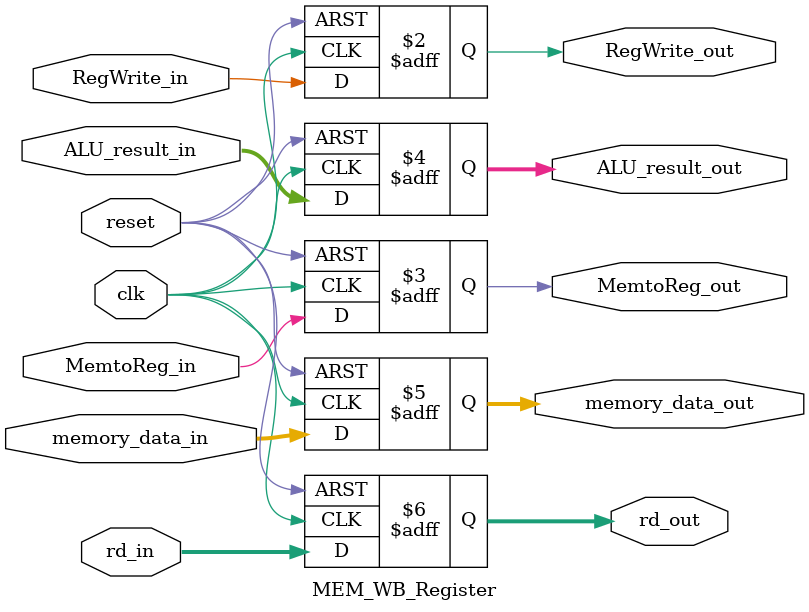
<source format=sv>
/*
 * Pipeline Register Modules for 5-Stage RISC-V CPU
 * 
 * These modules implement the pipeline registers that separate the five pipeline stages:
 * 1. IF/ID: Instruction Fetch / Instruction Decode
 * 2. ID/EX: Instruction Decode / Execute  
 * 3. EX/MEM: Execute / Memory Access
 * 4. MEM/WB: Memory Access / Write Back
 * 
 * Each pipeline register stores the state needed by subsequent stages and
 * supports pipeline control signals like stall and flush for hazard handling.
 */

//==============================================================================
// IF/ID Pipeline Register
//
// Stores the fetched instruction and PC+4 value between the Instruction Fetch
// and Instruction Decode stages. Supports stall (for load-use hazards) and
// flush (for control hazards) operations.
//==============================================================================

module IF_ID_Register (
    input logic clk,                    // Clock signal
    input logic reset,                  // Reset signal (active high)
    input logic stall,                  // Stall signal (hold current values)
    input logic flush,                  // Flush signal (insert NOP)
    
    // Inputs from IF stage
    input logic [31:0] PC_in,           // PC+4 value from IF stage
    input logic [31:0] instruction_in,  // Fetched instruction from IF stage
    
    // Outputs to ID stage  
    output logic [31:0] PC_out,         // PC+4 value to ID stage
    output logic [31:0] instruction_out // Instruction to ID stage
);
    always_ff @(posedge clk or posedge reset) begin
        if (reset || flush) begin
            // Reset or flush: Clear pipeline register (insert NOP)
            PC_out <= 32'b0;
            instruction_out <= 32'h00000013; // NOP instruction
        end else if (!stall) begin
            // Normal operation: Pass data through
            PC_out <= PC_in;
            instruction_out <= instruction_in;
        end
        // If stall is asserted: Keep current values (don't update)
    end
endmodule

//==============================================================================
// ID/EX Pipeline Register
//
// Stores decoded instruction information, control signals, register data,
// and immediate values between the Instruction Decode and Execute stages.
// This is the largest pipeline register as it carries most of the instruction state.
//==============================================================================

module ID_EX_Register (
    input logic clk,                    // Clock signal
    input logic reset,                  // Reset signal (active high)
    input logic flush,                  // Flush signal (insert bubble)
    
    // Control signal inputs from ID stage
    input logic RegWrite_in,            // Register write enable
    input logic MemtoReg_in,            // Memory to register mux control
    input logic MemRead_in,             // Memory read enable
    input logic MemWrite_in,            // Memory write enable
    input logic ALUSrc_in,              // ALU source mux control
    input logic Branch_in,              // Branch instruction flag
    input logic Jump_in,                // Jump instruction flag
    input logic [1:0] ALUop_in,         // ALU operation type
    input logic [3:0] ALUControl_in,    // ALU control signal
    
    // Data inputs from ID stage
    input logic [31:0] PC_in,           // PC+4 value
    input logic [31:0] reg_data1_in,    // Register file output 1 (rs1)
    input logic [31:0] reg_data2_in,    // Register file output 2 (rs2)
    input logic [31:0] imm_in,          // Sign-extended immediate
    input logic [4:0] rs1_in,           // Source register 1 address
    input logic [4:0] rs2_in,           // Source register 2 address
    input logic [4:0] rd_in,            // Destination register address
    input logic [2:0] funct3_in,        // Function field for branch conditions
    
    // Control signal outputs to EX stage
    output logic RegWrite_out,          // Register write enable
    output logic MemtoReg_out,          // Memory to register mux control
    output logic MemRead_out,           // Memory read enable
    output logic MemWrite_out,          // Memory write enable
    output logic ALUSrc_out,            // ALU source mux control
    output logic Branch_out,            // Branch instruction flag
    output logic Jump_out,              // Jump instruction flag
    output logic [1:0] ALUop_out,       // ALU operation type
    output logic [3:0] ALUControl_out,  // ALU control signal
    
    // Data outputs to EX stage
    output logic [31:0] PC_out,         // PC+4 value
    output logic [31:0] reg_data1_out,  // Register file output 1
    output logic [31:0] reg_data2_out,  // Register file output 2
    output logic [31:0] imm_out,        // Sign-extended immediate
    output logic [4:0] rs1_out,         // Source register 1 address
    output logic [4:0] rs2_out,         // Source register 2 address
    output logic [4:0] rd_out,          // Destination register address
    output logic [2:0] funct3_out       // Function field for branch conditions
);
    always_ff @(posedge clk or posedge reset) begin
        if (reset || flush) begin
            // Reset or flush: Clear all control signals (creates pipeline bubble)
            RegWrite_out <= 0; MemtoReg_out <= 0; MemRead_out <= 0; 
            MemWrite_out <= 0; ALUSrc_out <= 0; Branch_out <= 0; Jump_out <= 0;
            ALUop_out <= 2'b00; ALUControl_out <= 4'b0000;
            
            // Clear data signals
            PC_out <= 32'b0; reg_data1_out <= 32'b0; reg_data2_out <= 32'b0;
            imm_out <= 32'b0; rs1_out <= 5'b0; rs2_out <= 5'b0; rd_out <= 5'b0;
            funct3_out <= 3'b000;
        end else begin
            // Normal operation: Pass all signals through
            RegWrite_out <= RegWrite_in; MemtoReg_out <= MemtoReg_in;
            MemRead_out <= MemRead_in; MemWrite_out <= MemWrite_in;
            ALUSrc_out <= ALUSrc_in; Branch_out <= Branch_in; Jump_out <= Jump_in;
            ALUop_out <= ALUop_in; ALUControl_out <= ALUControl_in;
            
            PC_out <= PC_in; reg_data1_out <= reg_data1_in; 
            reg_data2_out <= reg_data2_in; imm_out <= imm_in;
            rs1_out <= rs1_in; rs2_out <= rs2_in; rd_out <= rd_in;
            funct3_out <= funct3_in;
        end
    end
endmodule

//==============================================================================
// EX/MEM Pipeline Register
//
// Stores ALU results, memory control signals, and branch/jump information
// between the Execute and Memory Access stages.
//==============================================================================

module EX_MEM_Register (
    input logic clk,                    // Clock signal
    input logic reset,                  // Reset signal (active high)
    
    // Control signal inputs from EX stage
    input logic RegWrite_in,            // Register write enable
    input logic MemtoReg_in,            // Memory to register mux control
    input logic MemRead_in,             // Memory read enable
    input logic MemWrite_in,            // Memory write enable
    input logic Jump_in,                // Jump instruction flag
    input logic branch_taken_in,        // Branch taken decision
    
    // Data inputs from EX stage
    input logic [31:0] ALU_result_in,   // ALU computation result
    input logic [31:0] reg_data2_in,    // Register data for store operations
    input logic [31:0] branch_target_in,// Branch/jump target address
    input logic [4:0] rd_in,            // Destination register address
    
    // Control signal outputs to MEM stage
    output logic RegWrite_out,          // Register write enable
    output logic MemtoReg_out,          // Memory to register mux control
    output logic MemRead_out,           // Memory read enable
    output logic MemWrite_out,          // Memory write enable
    output logic Jump_out,              // Jump instruction flag
    output logic branch_taken_out,      // Branch taken decision
    
    // Data outputs to MEM stage
    output logic [31:0] ALU_result_out, // ALU computation result
    output logic [31:0] reg_data2_out,  // Register data for store operations
    output logic [31:0] branch_target_out,// Branch/jump target address
    output logic [4:0] rd_out           // Destination register address
);
    always_ff @(posedge clk or posedge reset) begin
        if (reset) begin
            // Reset: Clear all signals
            RegWrite_out <= 0; MemtoReg_out <= 0; MemRead_out <= 0;
            MemWrite_out <= 0; Jump_out <= 0; branch_taken_out <= 0;
            
            ALU_result_out <= 32'b0; reg_data2_out <= 32'b0; 
            branch_target_out <= 32'b0; rd_out <= 5'b0;
        end else begin
            // Normal operation: Pass all signals through
            RegWrite_out <= RegWrite_in; MemtoReg_out <= MemtoReg_in;
            MemRead_out <= MemRead_in; MemWrite_out <= MemWrite_in;
            Jump_out <= Jump_in; branch_taken_out <= branch_taken_in;
            
            ALU_result_out <= ALU_result_in; reg_data2_out <= reg_data2_in;
            branch_target_out <= branch_target_in; rd_out <= rd_in;
        end
    end
endmodule

//==============================================================================
// MEM/WB Pipeline Register
//
// Stores memory read data and ALU results between the Memory Access and
// Write Back stages. This is the final pipeline register.
//==============================================================================

module MEM_WB_Register (
    input logic clk,                    // Clock signal
    input logic reset,                  // Reset signal (active high)
    
    // Control signal inputs from MEM stage
    input logic RegWrite_in,            // Register write enable
    input logic MemtoReg_in,            // Memory to register mux control
    
    // Data inputs from MEM stage
    input logic [31:0] ALU_result_in,   // ALU result from EX stage
    input logic [31:0] memory_data_in,  // Data read from memory
    input logic [4:0] rd_in,            // Destination register address
    
    // Control signal outputs to WB stage
    output logic RegWrite_out,          // Register write enable
    output logic MemtoReg_out,          // Memory to register mux control
    
    // Data outputs to WB stage
    output logic [31:0] ALU_result_out, // ALU result
    output logic [31:0] memory_data_out,// Data read from memory
    output logic [4:0] rd_out           // Destination register address
);
    always_ff @(posedge clk or posedge reset) begin
        if (reset) begin
            // Reset: Clear all signals
            RegWrite_out <= 0; MemtoReg_out <= 0;
            ALU_result_out <= 32'b0; memory_data_out <= 32'b0; rd_out <= 5'b0;
        end else begin
            // Normal operation: Pass all signals through
            RegWrite_out <= RegWrite_in; MemtoReg_out <= MemtoReg_in;
            ALU_result_out <= ALU_result_in; memory_data_out <= memory_data_in;
            rd_out <= rd_in;
        end
    end
endmodule
</source>
